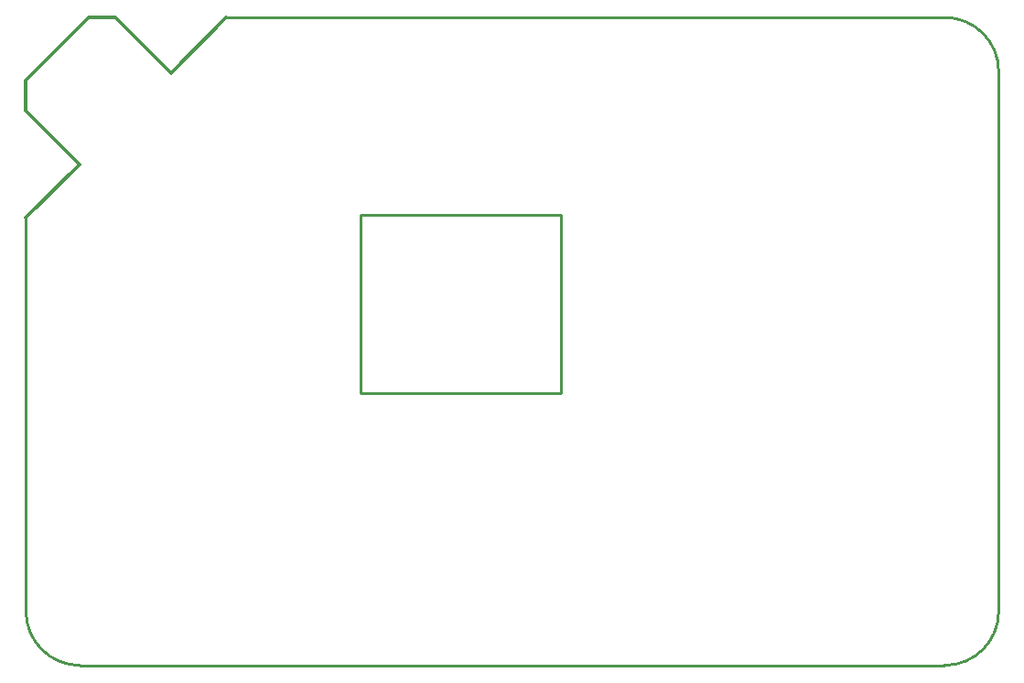
<source format=gko>
G04 Layer: BoardOutline*
G04 EasyEDA v6.3.52, 2020-06-08T18:28:06+08:00*
G04 b620e5eaaf5e4283affdf04958e78c07,0271aa7b776e406f8d319a2d24a91b4c,10*
G04 Gerber Generator version 0.2*
G04 Scale: 100 percent, Rotated: No, Reflected: No *
G04 Dimensions in millimeters *
G04 leading zeros omitted , absolute positions ,3 integer and 3 decimal *
%FSLAX33Y33*%
%MOMM*%
G90*
G71D02*

%ADD10C,0.299999*%
%ADD11C,0.254000*%
G54D10*
G01X4955Y46413D02*
G01X6Y51366D01*
G01X6Y54158D01*
G01X5842Y60000D01*
G01X8275Y60000D01*
G01X13408Y54866D01*
G54D11*
G01X6Y5009D02*
G01X6Y41458D01*
G01X84999Y0D02*
G01X5000Y0D01*
G54D10*
G01X13413Y54871D02*
G01X18542Y60000D01*
G01X6Y41458D02*
G01X4953Y46411D01*
G54D11*
G01X18542Y60000D02*
G01X84988Y60000D01*
G01X89999Y54999D02*
G01X89999Y5000D01*
G01X30988Y25202D02*
G01X30988Y41701D01*
G01X30988Y41701D02*
G01X49487Y41701D01*
G01X49487Y41701D02*
G01X49487Y25202D01*
G01X49487Y25202D02*
G01X30988Y25202D01*
G75*
G01X5000Y0D02*
G02X0Y5000I0J5000D01*
G01*
G75*
G01X90000Y5000D02*
G02X85000Y0I-5000J0D01*
G01*
G75*
G01X85000Y60000D02*
G02X90000Y55000I0J-5000D01*
G01*

%LPD*%
M00*
M02*

</source>
